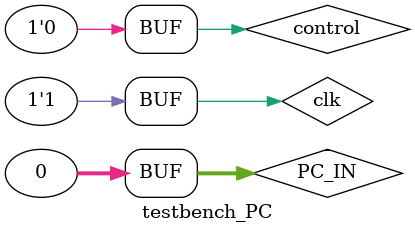
<source format=v>
module PC(output reg[31:0]PC_out,
			 input [31:0]PC_IN,
			 input control,
			 input clk
			 );

	always@(posedge clk)begin
		if(control==0)	//fetch new instruction
			PC_out=PC_IN;
		else
			PC_out=PC_out;
	end
endmodule

/*--------------------------------------------------------------*/
module testbench_PC();
	wire [31:0]PC_out;
	reg control;
	reg clk;
	reg [31:0]PC_IN;
	
	PC my_PC(PC_out,PC_IN,control,clk);
	
initial begin
	$monitor("%h",PC_out);
	/* Case: control 1. stall, don't fetch new instruction
	PC_IN= 32'h 0FFFFFFF;
	control= 0;
	#2 clk<=1;
	#2 clk<=0;
	#2 clk<=1;
	#2 clk<=0;
	control=1;
	PC_IN=0;
	#2 clk<=1;
	#2 clk<=0;
	#2 clk<=1;*/

	//case: control 0, fetch new instruction
	PC_IN= 32'h 0FFFFFFF;
	control= 0;
	#2 clk<=1;
	#2 clk<=0;
	#2 clk<=1;
	#2 clk<=0;
	PC_IN=0;
	#2 clk<=1;
	#2 clk<=0;
	#2 clk<=1;

end
endmodule

	

				
</source>
